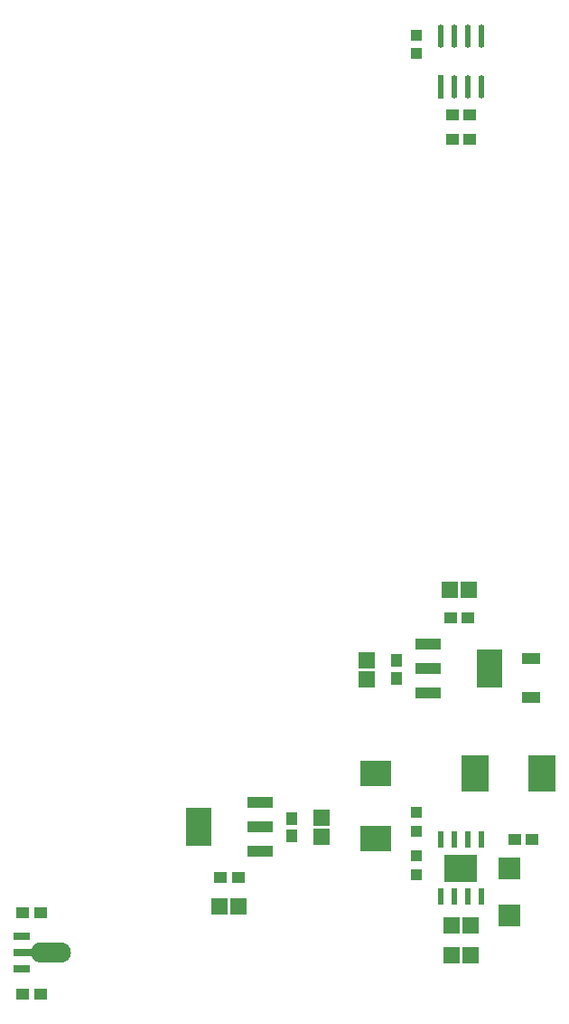
<source format=gtp>
G04*
G04 #@! TF.GenerationSoftware,Altium Limited,Altium Designer,25.1.2 (22)*
G04*
G04 Layer_Color=8421504*
%FSLAX26Y26*%
%MOIN*%
G70*
G04*
G04 #@! TF.SameCoordinates,36FF1957-655E-4FCE-A78B-4FF043CE075B*
G04*
G04*
G04 #@! TF.FilePolarity,Positive*
G04*
G01*
G75*
%ADD15R,0.122047X0.102362*%
%ADD16R,0.045619X0.039848*%
%ADD17R,0.061268X0.059238*%
%ADD18R,0.097047X0.139370*%
%ADD19R,0.097047X0.041339*%
%ADD20R,0.059238X0.061268*%
%ADD21R,0.039848X0.045619*%
%ADD22R,0.023622X0.061024*%
%ADD23R,0.039848X0.041682*%
G04:AMPARAMS|DCode=24|XSize=85.4mil|YSize=22.919mil|CornerRadius=11.459mil|HoleSize=0mil|Usage=FLASHONLY|Rotation=90.000|XOffset=0mil|YOffset=0mil|HoleType=Round|Shape=RoundedRectangle|*
%AMROUNDEDRECTD24*
21,1,0.085400,0.000000,0,0,90.0*
21,1,0.062481,0.022919,0,0,90.0*
1,1,0.022919,0.000000,0.031241*
1,1,0.022919,0.000000,-0.031241*
1,1,0.022919,0.000000,-0.031241*
1,1,0.022919,0.000000,0.031241*
%
%ADD24ROUNDEDRECTD24*%
%ADD25R,0.022919X0.085400*%
%ADD26R,0.078740X0.078740*%
%ADD27R,0.066929X0.041496*%
%ADD28R,0.062008X0.026457*%
%ADD29R,0.114173X0.094488*%
%ADD30R,0.100394X0.137795*%
G36*
X220041Y321427D02*
X221790Y321304D01*
X223532Y321099D01*
X225262Y320813D01*
X226977Y320445D01*
X228672Y319998D01*
X230345Y319472D01*
X231991Y318868D01*
X233607Y318187D01*
X235190Y317432D01*
X236735Y316603D01*
X238240Y315702D01*
X239701Y314732D01*
X241115Y313695D01*
X242478Y312593D01*
X243789Y311427D01*
X245043Y310202D01*
X246239Y308919D01*
X247373Y307582D01*
X248443Y306193D01*
X249447Y304755D01*
X250382Y303272D01*
X251247Y301746D01*
X252040Y300182D01*
X252758Y298582D01*
X253401Y296951D01*
X253966Y295291D01*
X254453Y293606D01*
X254860Y291900D01*
X255187Y290178D01*
X255433Y288441D01*
X255597Y286695D01*
X255679Y284944D01*
Y283190D01*
X255597Y281439D01*
X255433Y279693D01*
X255187Y277956D01*
X254860Y276234D01*
X254453Y274528D01*
X253966Y272843D01*
X253401Y271183D01*
X252758Y269552D01*
X252040Y267952D01*
X251247Y266388D01*
X250382Y264862D01*
X249447Y263379D01*
X248443Y261941D01*
X247373Y260552D01*
X246239Y259215D01*
X245043Y257932D01*
X243789Y256707D01*
X242478Y255541D01*
X241115Y254439D01*
X239701Y253402D01*
X238240Y252432D01*
X236735Y251531D01*
X235190Y250702D01*
X233607Y249947D01*
X231991Y249266D01*
X230345Y248662D01*
X228672Y248136D01*
X226977Y247689D01*
X225262Y247321D01*
X223532Y247035D01*
X221790Y246830D01*
X220041Y246707D01*
X218288Y246665D01*
X145288D01*
X143535Y246707D01*
X141786Y246830D01*
X140044Y247035D01*
X138314Y247321D01*
X136599Y247689D01*
X134904Y248136D01*
X133231Y248662D01*
X131585Y249266D01*
X129969Y249947D01*
X128386Y250702D01*
X126841Y251531D01*
X125336Y252432D01*
X123875Y253402D01*
X122461Y254439D01*
X121098Y255541D01*
X119787Y256707D01*
X118533Y257932D01*
X117337Y259215D01*
X116203Y260552D01*
X115133Y261941D01*
X114129Y263379D01*
X113194Y264862D01*
X112329Y266388D01*
X111536Y267952D01*
X110818Y271074D01*
X43994D01*
Y297058D01*
X110818D01*
X111536Y300182D01*
X112329Y301746D01*
X113194Y303272D01*
X114129Y304755D01*
X115133Y306193D01*
X116203Y307582D01*
X117337Y308919D01*
X118533Y310202D01*
X119787Y311427D01*
X121098Y312593D01*
X122461Y313695D01*
X123875Y314732D01*
X125336Y315702D01*
X126841Y316603D01*
X128386Y317432D01*
X129969Y318187D01*
X131585Y318868D01*
X133231Y319472D01*
X134904Y319998D01*
X136599Y320445D01*
X138314Y320813D01*
X140044Y321099D01*
X141786Y321304D01*
X143535Y321427D01*
X145288Y321469D01*
X218288D01*
X220041Y321427D01*
D02*
G37*
D15*
X1694996Y595000D02*
D03*
D16*
X142548Y130000D02*
D03*
X77453D02*
D03*
X807452Y560000D02*
D03*
X872548D02*
D03*
X1721071Y1516254D02*
D03*
X1655976D02*
D03*
X142548Y430000D02*
D03*
X77453D02*
D03*
X1957547Y700000D02*
D03*
X1892453D02*
D03*
X1662453Y3280000D02*
D03*
X1727547D02*
D03*
X1662453Y3370000D02*
D03*
X1727547D02*
D03*
D17*
X1180000Y780464D02*
D03*
Y709536D02*
D03*
X1348524Y1290790D02*
D03*
Y1361717D02*
D03*
D18*
X728524Y746254D02*
D03*
X1800000Y1330000D02*
D03*
D19*
X953524Y836804D02*
D03*
Y746254D02*
D03*
Y655702D02*
D03*
X1575000Y1239449D02*
D03*
Y1330000D02*
D03*
Y1420551D02*
D03*
D20*
X804536Y455000D02*
D03*
X875464D02*
D03*
X1659536Y385000D02*
D03*
X1730464D02*
D03*
X1659536Y275000D02*
D03*
X1730464D02*
D03*
X1723987Y1621254D02*
D03*
X1653060D02*
D03*
D21*
X1070000Y777548D02*
D03*
Y712452D02*
D03*
X1458524Y1293706D02*
D03*
Y1358801D02*
D03*
D22*
X1770000Y701299D02*
D03*
X1720000D02*
D03*
X1670000D02*
D03*
X1620000D02*
D03*
Y488701D02*
D03*
X1670000D02*
D03*
X1720000D02*
D03*
X1770000D02*
D03*
D23*
X1530000Y3595484D02*
D03*
Y3664516D02*
D03*
Y570484D02*
D03*
Y639516D02*
D03*
Y730484D02*
D03*
Y799516D02*
D03*
D24*
X1620000Y3661215D02*
D03*
X1670000D02*
D03*
X1720000D02*
D03*
X1770000D02*
D03*
Y3475104D02*
D03*
X1720000D02*
D03*
X1670000D02*
D03*
D25*
X1620000D02*
D03*
D26*
X1873882Y592640D02*
D03*
Y419406D02*
D03*
D27*
X1955000Y1223071D02*
D03*
Y1366929D02*
D03*
D28*
X75000Y343110D02*
D03*
Y225000D02*
D03*
D29*
X1380000Y945079D02*
D03*
Y704921D02*
D03*
D30*
X1746968Y945000D02*
D03*
X1993032D02*
D03*
M02*

</source>
